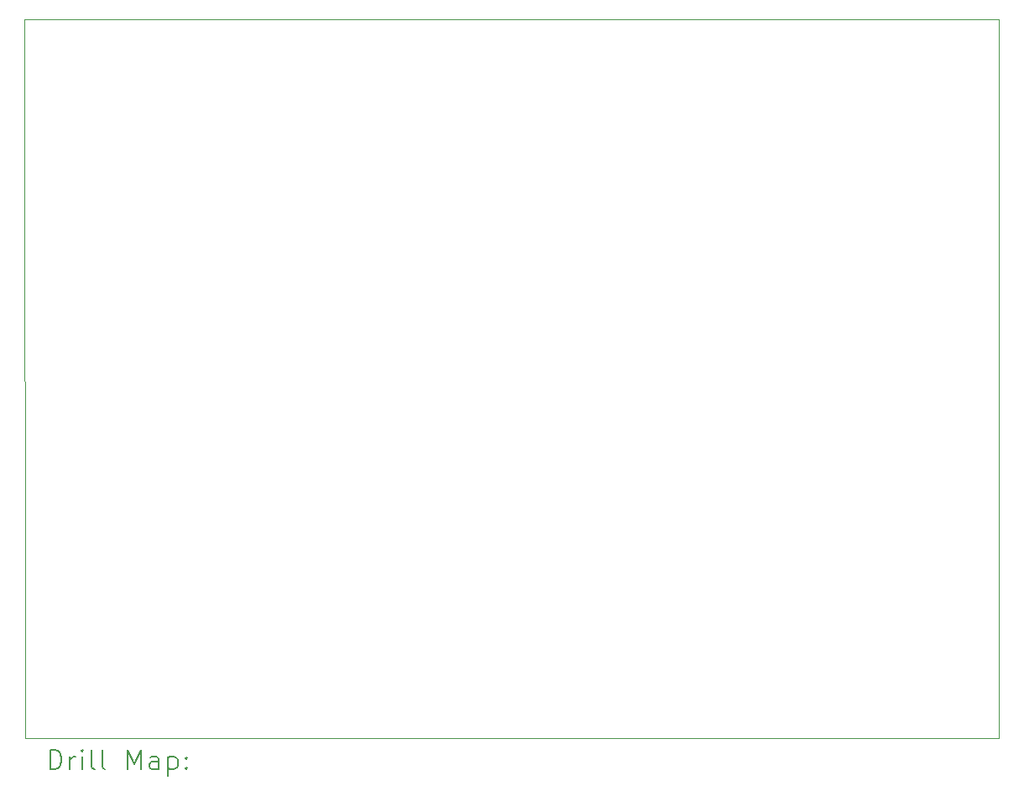
<source format=gbr>
%TF.GenerationSoftware,KiCad,Pcbnew,9.0.6*%
%TF.CreationDate,2025-11-28T21:15:11+09:00*%
%TF.ProjectId,12f683MPPT,31326636-3833-44d5-9050-542e6b696361,rev?*%
%TF.SameCoordinates,Original*%
%TF.FileFunction,Drillmap*%
%TF.FilePolarity,Positive*%
%FSLAX45Y45*%
G04 Gerber Fmt 4.5, Leading zero omitted, Abs format (unit mm)*
G04 Created by KiCad (PCBNEW 9.0.6) date 2025-11-28 21:15:11*
%MOMM*%
%LPD*%
G01*
G04 APERTURE LIST*
%ADD10C,0.050000*%
%ADD11C,0.200000*%
G04 APERTURE END LIST*
D10*
X3621000Y-2651000D02*
X3624000Y-9911000D01*
X13452000Y-2651000D02*
X3621000Y-2651000D01*
X13452000Y-9911000D02*
X13452000Y-2651000D01*
X3624000Y-9911000D02*
X13452000Y-9911000D01*
D11*
X3879277Y-10224984D02*
X3879277Y-10024984D01*
X3879277Y-10024984D02*
X3926896Y-10024984D01*
X3926896Y-10024984D02*
X3955467Y-10034508D01*
X3955467Y-10034508D02*
X3974515Y-10053555D01*
X3974515Y-10053555D02*
X3984039Y-10072603D01*
X3984039Y-10072603D02*
X3993562Y-10110698D01*
X3993562Y-10110698D02*
X3993562Y-10139270D01*
X3993562Y-10139270D02*
X3984039Y-10177365D01*
X3984039Y-10177365D02*
X3974515Y-10196412D01*
X3974515Y-10196412D02*
X3955467Y-10215460D01*
X3955467Y-10215460D02*
X3926896Y-10224984D01*
X3926896Y-10224984D02*
X3879277Y-10224984D01*
X4079277Y-10224984D02*
X4079277Y-10091650D01*
X4079277Y-10129746D02*
X4088801Y-10110698D01*
X4088801Y-10110698D02*
X4098324Y-10101174D01*
X4098324Y-10101174D02*
X4117372Y-10091650D01*
X4117372Y-10091650D02*
X4136420Y-10091650D01*
X4203086Y-10224984D02*
X4203086Y-10091650D01*
X4203086Y-10024984D02*
X4193562Y-10034508D01*
X4193562Y-10034508D02*
X4203086Y-10044031D01*
X4203086Y-10044031D02*
X4212610Y-10034508D01*
X4212610Y-10034508D02*
X4203086Y-10024984D01*
X4203086Y-10024984D02*
X4203086Y-10044031D01*
X4326896Y-10224984D02*
X4307848Y-10215460D01*
X4307848Y-10215460D02*
X4298324Y-10196412D01*
X4298324Y-10196412D02*
X4298324Y-10024984D01*
X4431658Y-10224984D02*
X4412610Y-10215460D01*
X4412610Y-10215460D02*
X4403086Y-10196412D01*
X4403086Y-10196412D02*
X4403086Y-10024984D01*
X4660229Y-10224984D02*
X4660229Y-10024984D01*
X4660229Y-10024984D02*
X4726896Y-10167841D01*
X4726896Y-10167841D02*
X4793563Y-10024984D01*
X4793563Y-10024984D02*
X4793563Y-10224984D01*
X4974515Y-10224984D02*
X4974515Y-10120222D01*
X4974515Y-10120222D02*
X4964991Y-10101174D01*
X4964991Y-10101174D02*
X4945944Y-10091650D01*
X4945944Y-10091650D02*
X4907848Y-10091650D01*
X4907848Y-10091650D02*
X4888801Y-10101174D01*
X4974515Y-10215460D02*
X4955467Y-10224984D01*
X4955467Y-10224984D02*
X4907848Y-10224984D01*
X4907848Y-10224984D02*
X4888801Y-10215460D01*
X4888801Y-10215460D02*
X4879277Y-10196412D01*
X4879277Y-10196412D02*
X4879277Y-10177365D01*
X4879277Y-10177365D02*
X4888801Y-10158317D01*
X4888801Y-10158317D02*
X4907848Y-10148793D01*
X4907848Y-10148793D02*
X4955467Y-10148793D01*
X4955467Y-10148793D02*
X4974515Y-10139270D01*
X5069753Y-10091650D02*
X5069753Y-10291650D01*
X5069753Y-10101174D02*
X5088801Y-10091650D01*
X5088801Y-10091650D02*
X5126896Y-10091650D01*
X5126896Y-10091650D02*
X5145944Y-10101174D01*
X5145944Y-10101174D02*
X5155467Y-10110698D01*
X5155467Y-10110698D02*
X5164991Y-10129746D01*
X5164991Y-10129746D02*
X5164991Y-10186889D01*
X5164991Y-10186889D02*
X5155467Y-10205936D01*
X5155467Y-10205936D02*
X5145944Y-10215460D01*
X5145944Y-10215460D02*
X5126896Y-10224984D01*
X5126896Y-10224984D02*
X5088801Y-10224984D01*
X5088801Y-10224984D02*
X5069753Y-10215460D01*
X5250705Y-10205936D02*
X5260229Y-10215460D01*
X5260229Y-10215460D02*
X5250705Y-10224984D01*
X5250705Y-10224984D02*
X5241182Y-10215460D01*
X5241182Y-10215460D02*
X5250705Y-10205936D01*
X5250705Y-10205936D02*
X5250705Y-10224984D01*
X5250705Y-10101174D02*
X5260229Y-10110698D01*
X5260229Y-10110698D02*
X5250705Y-10120222D01*
X5250705Y-10120222D02*
X5241182Y-10110698D01*
X5241182Y-10110698D02*
X5250705Y-10101174D01*
X5250705Y-10101174D02*
X5250705Y-10120222D01*
M02*

</source>
